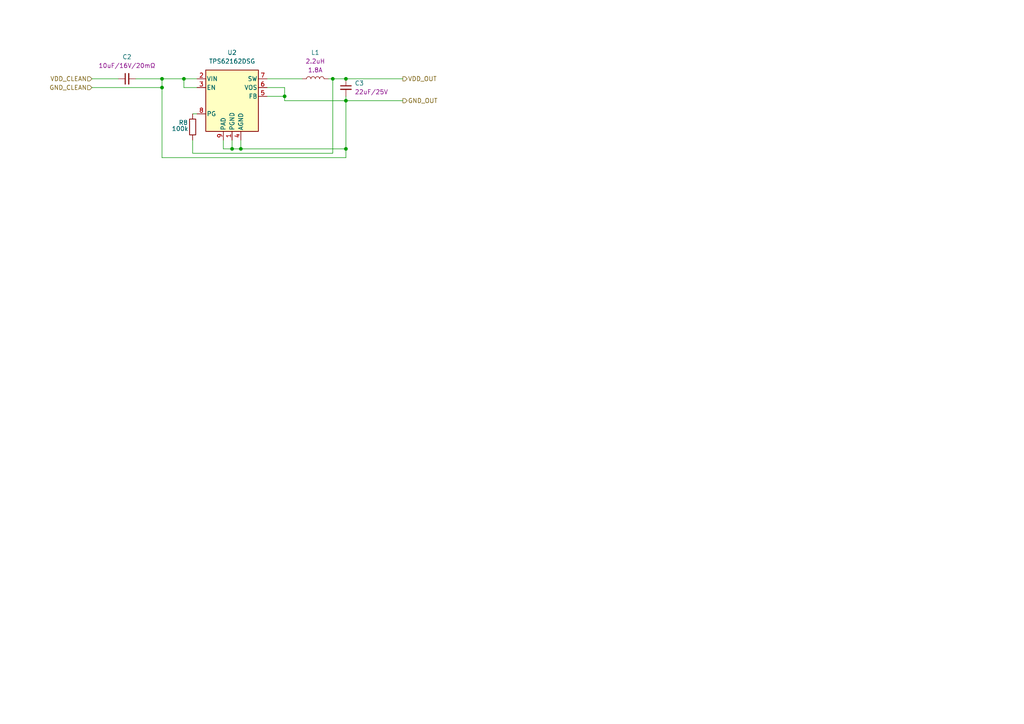
<source format=kicad_sch>
(kicad_sch (version 20250114) (generator "eeschema") (generator_version "9.0")
  (paper "A4")
  (lib_symbols
    (symbol "PCM_4ms_Capacitor:10uF_0805_16V_lowESR" (pin_numbers (hide yes)) (pin_names (offset 0.254) (hide yes))
      (property "Reference" "C" (at 1.905 1.27 0))
      (property "Display" "10uF/16V/20mΩ" (at 1.905 -1.27 0))
      (symbol "10uF_0805_16V_lowESR_0_1"
        (polyline (pts (xy -1.524 0.508) (xy 1.524 0.508)) (stroke (width 0.3048)))
        (polyline (pts (xy -1.524 -0.508) (xy 1.524 -0.508)) (stroke (width 0.3302)))
      )
      (symbol "10uF_0805_16V_lowESR_1_1"
        (pin passive line (at 0 2.54 270) (length 2.032) (name "~") (number "1"))
        (pin passive line (at 0 -2.54 90) (length 2.032) (name "~") (number "2"))
      )
    )
    (symbol "PCM_4ms_Capacitor:22uF_1206_25V" (pin_numbers (hide yes)) (pin_names (offset 0.254))
      (property "Reference" "C" (at 1.905 1.27 0))
      (property "Display" "22uF/25V" (at 1.905 -1.27 0))
      (symbol "22uF_1206_25V_1_1"
        (polyline (pts (xy -1.524 0.508) (xy 1.524 0.508)) (stroke (width 0.3048)))
        (polyline (pts (xy -1.524 -0.508) (xy 1.524 -0.508)) (stroke (width 0.3302)))
        (pin passive line (at 0 2.54 270) (length 2.032) (name "~") (number "1"))
        (pin passive line (at 0 -2.54 90) (length 2.032) (name "~") (number "2"))
      )
    )
    (symbol "PCM_4ms_Inductor:2.2uH_2.4A_2016" (pin_numbers (hide yes)) (pin_names (offset 1.016) (hide yes))
      (property "Reference" "L" (at -1.27 0 90))
      (property "Display" "2.2uH" (at 2.54 0 90))
      (property "Display 2" "1.8A" (at 4.4196 0.1016 90))
      (symbol "2.2uH_2.4A_2016_0_1"
        (arc (start 0 2.54) (mid 0.6323 1.905) (end 0 1.27))
        (arc (start 0 1.27) (mid 0.6323 0.635) (end 0 0))
        (arc (start 0 0) (mid 0.6323 -0.635) (end 0 -1.27))
        (arc (start 0 -1.27) (mid 0.6323 -1.905) (end 0 -2.54))
      )
      (symbol "2.2uH_2.4A_2016_1_1"
        (pin passive line (at 0 3.81 270) (length 1.27) (name "1") (number "1"))
        (pin passive line (at 0 -3.81 90) (length 1.27) (name "2") (number "2"))
      )
    )
    (symbol "PCM_SL_Resistors:100k"
      (property "Reference" "R" (at 0 5.08 0))
      (property "Value" "100k" (at 0 2.54 0))
      (symbol "100k_0_1"
        (rectangle (start -2.286 0.889) (end 2.286 -0.889) (stroke (width 0.24)))
      )
      (symbol "100k_1_1"
        (pin passive line (at -3.81 0 0) (length 1.5) (name "") (number "1"))
        (pin passive line (at 3.81 0 180) (length 1.5) (name "~") (number "2"))
      )
    )
    (symbol "Regulator_Switching:TPS62162DSG" (pin_names (offset 0.254))
      (property "Reference" "U" (at -7.62 11.43 0))
      (property "Value" "TPS62162DSG" (at -1.27 11.43 0))
      (symbol "TPS62162DSG_0_1"
        (rectangle (start -7.62 10.16) (end 7.62 -7.62) (stroke (width 0.254)) (fill (type background)))
      )
      (symbol "TPS62162DSG_1_1"
        (pin power_in line (at -10.16 7.62 0) (length 2.54) (name "VIN") (number "2"))
        (pin input line (at -10.16 5.08 0) (length 2.54) (name "EN") (number "3"))
        (pin open_collector line (at -10.16 -2.54 0) (length 2.54) (name "PG") (number "8"))
        (pin power_in line (at -2.54 -10.16 90) (length 2.54) (name "PAD") (number "9"))
        (pin power_in line (at 0 -10.16 90) (length 2.54) (name "PGND") (number "1"))
        (pin power_in line (at 2.54 -10.16 90) (length 2.54) (name "AGND") (number "4"))
        (pin output line (at 10.16 7.62 180) (length 2.54) (name "SW") (number "7"))
        (pin input line (at 10.16 5.08 180) (length 2.54) (name "VOS") (number "6"))
        (pin input line (at 10.16 2.54 180) (length 2.54) (name "FB") (number "5"))
      )
    )
  )
  (junction (at 46.99 22.86))
  (junction (at 67.31 43.18))
  (junction (at 100.33 29.21))
  (junction (at 53.34 22.86))
  (junction (at 96.52 22.86))
  (junction (at 82.55 27.94))
  (junction (at 100.33 22.86))
  (junction (at 46.99 25.4))
  (junction (at 69.85 43.18))
  (junction (at 100.33 43.18))
  (wire (pts (xy 100.33 29.21) (xy 100.33 43.18)))
  (wire (pts (xy 57.15 25.4) (xy 53.34 25.4)))
  (wire (pts (xy 53.34 22.86) (xy 46.99 22.86)))
  (wire (pts (xy 67.31 43.18) (xy 69.85 43.18)))
  (wire (pts (xy 100.33 22.86) (xy 116.84 22.86)))
  (wire (pts (xy 82.55 29.21) (xy 82.55 27.94)))
  (wire (pts (xy 100.33 29.21) (xy 116.84 29.21)))
  (wire (pts (xy 57.15 22.86) (xy 53.34 22.86)))
  (wire (pts (xy 77.47 22.86) (xy 87.63 22.86)))
  (wire (pts (xy 100.33 43.18) (xy 100.33 45.72)))
  (wire (pts (xy 55.88 40.64) (xy 55.88 44.45)))
  (wire (pts (xy 64.77 40.64) (xy 64.77 43.18)))
  (wire (pts (xy 100.33 29.21) (xy 100.33 27.94)))
  (wire (pts (xy 64.77 43.18) (xy 67.31 43.18)))
  (wire (pts (xy 53.34 25.4) (xy 53.34 22.86)))
  (wire (pts (xy 100.33 45.72) (xy 46.99 45.72)))
  (wire (pts (xy 26.67 25.4) (xy 46.99 25.4)))
  (wire (pts (xy 82.55 27.94) (xy 82.55 25.4)))
  (wire (pts (xy 46.99 45.72) (xy 46.99 25.4)))
  (wire (pts (xy 55.88 44.45) (xy 96.52 44.45)))
  (wire (pts (xy 100.33 22.86) (xy 96.52 22.86)))
  (wire (pts (xy 100.33 29.21) (xy 82.55 29.21)))
  (wire (pts (xy 69.85 40.64) (xy 69.85 43.18)))
  (wire (pts (xy 55.88 33.02) (xy 57.15 33.02)))
  (wire (pts (xy 77.47 25.4) (xy 82.55 25.4)))
  (wire (pts (xy 69.85 43.18) (xy 100.33 43.18)))
  (wire (pts (xy 96.52 44.45) (xy 96.52 22.86)))
  (wire (pts (xy 46.99 22.86) (xy 39.37 22.86)))
  (wire (pts (xy 67.31 40.64) (xy 67.31 43.18)))
  (wire (pts (xy 34.29 22.86) (xy 26.67 22.86)))
  (wire (pts (xy 77.47 27.94) (xy 82.55 27.94)))
  (wire (pts (xy 96.52 22.86) (xy 95.25 22.86)))
  (wire (pts (xy 46.99 22.86) (xy 46.99 25.4)))
  (hierarchical_label "GND_OUT" (shape output) (at 116.84 29.21 0))
  (hierarchical_label "VDD_CLEAN" (shape input) (at 26.67 22.86 180))
  (hierarchical_label "VDD_OUT" (shape output) (at 116.84 22.86 0))
  (hierarchical_label "GND_CLEAN" (shape input) (at 26.67 25.4 180))
  (symbol (lib_id "PCM_4ms_Capacitor:10uF_0805_16V_lowESR") (at 36.83 22.86 90) (unit 1)
    (property "Reference" "C2" (at 36.8363 16.51 90))
    (property "Value" "10uF_0805_16V_lowESR" (effects (hide yes)))
    (property "Footprint" "Capacitor_SMD:C_0805_2012Metric_Pad1.18x1.45mm_HandSolder" (effects (hide yes)))
    (property "Description" "10uF, Min. 16V, ESR<=20mΩ@1MHz, 0805, MLCC" (effects (hide yes)))
    (property "Specifications" "10uF, Min. 16V, ESR<=20mΩ@1MHz, 0805, MLCC" (effects (hide yes)))
    (property "Manufacturer" "Taiyo Yuden" (effects (hide yes)))
    (property "Part Number" "EMK212ABJ106KG-T" (effects (hide yes)))
    (property "Display" "10uF/16V/20mΩ" (at 36.8363 19.05 90))
    (property "JLCPCB ID" "C190442" (effects (hide yes)))
  )
  (symbol (lib_id "PCM_4ms_Inductor:2.2uH_2.4A_2016") (at 91.44 22.86 90) (unit 1)
    (property "Reference" "L1" (at 91.44 15.24 90))
    (property "Value" "2.2uH_2.4A_2016" (effects (hide yes)))
    (property "Footprint" "Inductor_SMD:L_Taiyo-Yuden_NR-20xx_HandSoldering" (effects (hide yes)))
    (property "Description" "2.2uH, Isat>2.4A, Imax>=1.8A, Rdc<=120mOhms, shielded" (effects (hide yes)))
    (property "Specifications" "2.2uH, Isat>2.4A, Imax>=1.8A, Rdc<=120mOhms, shielded" (effects (hide yes)))
    (property "Manufacturer" "TDK" (effects (hide yes)))
    (property "Part Number" "DFE201612E-2R2M=P2" (effects (hide yes)))
    (property "Display" "2.2uH" (at 91.44 17.78 90))
    (property "Display 2" "1.8A" (at 91.44 20.32 90))
    (property "Part Number 2" "NRH2412T2R2MNGH" (effects (hide yes)))
    (property "Manufacturer 2" "Taiyo Yuden" (effects (hide yes)))
  )
  (symbol (lib_id "PCM_4ms_Capacitor:22uF_1206_25V") (at 100.33 25.4 0) (unit 1)
    (property "Reference" "C3" (at 102.87 24.1362 0) (effects (justify left)))
    (property "Value" "22uF_1206_25V" (effects (hide yes)))
    (property "Footprint" "Capacitor_SMD:C_1206_3216Metric_Pad1.33x1.80mm_HandSolder" (effects (hide yes)))
    (property "Description" "22uF, Min. 25V, 20%, X5R or X7S or similar, 1206, MLCC" (effects (hide yes)))
    (property "Specifications" "22uF, Min. 25V, 20%, X5R or X7S or similar, 1206, MLCC" (effects (hide yes)))
    (property "Manufacturer" "Taiyo Yuden" (effects (hide yes)))
    (property "Part Number" "TMK316BBJ226ML-T" (effects (hide yes)))
    (property "Display" "22uF/25V" (at 102.87 26.6762 0) (effects (justify left)))
    (property "JLCPCB ID" "C12891" (effects (hide yes)))
  )
  (symbol (lib_id "PCM_SL_Resistors:100k") (at 55.88 36.83 90) (unit 1)
    (property "Reference" "R8" (at 51.816 35.56 90) (effects (justify right)))
    (property "Value" "100k" (at 49.784 37.338 90) (effects (justify right)))
    (property "Footprint" "Resistor_THT:R_Axial_DIN0207_L6.3mm_D2.5mm_P10.16mm_Horizontal" (effects (hide yes)))
    (property "Description" "100kΩ, 1/4W Resistor" (effects (hide yes)))
  )
  (symbol (lib_id "Regulator_Switching:TPS62162DSG") (at 67.31 30.48 0) (unit 1)
    (property "Reference" "U2" (at 67.31 15.24 0))
    (property "Value" "TPS62162DSG" (at 67.31 17.78 0))
    (property "Footprint" "Package_SON:WSON-8-1EP_2x2mm_P0.5mm_EP0.9x1.6mm_ThermalVias" (effects (hide yes)))
    (property "Datasheet" "http://www.ti.com/lit/ds/symlink/tps62160.pdf" (effects (hide yes)))
    (property "Description" "1A Step-Down Converter with DCS-Control, fixed 3.3V output, 3-17V input voltage, WSON-8" (effects (hide yes)))
  )
)
</source>
